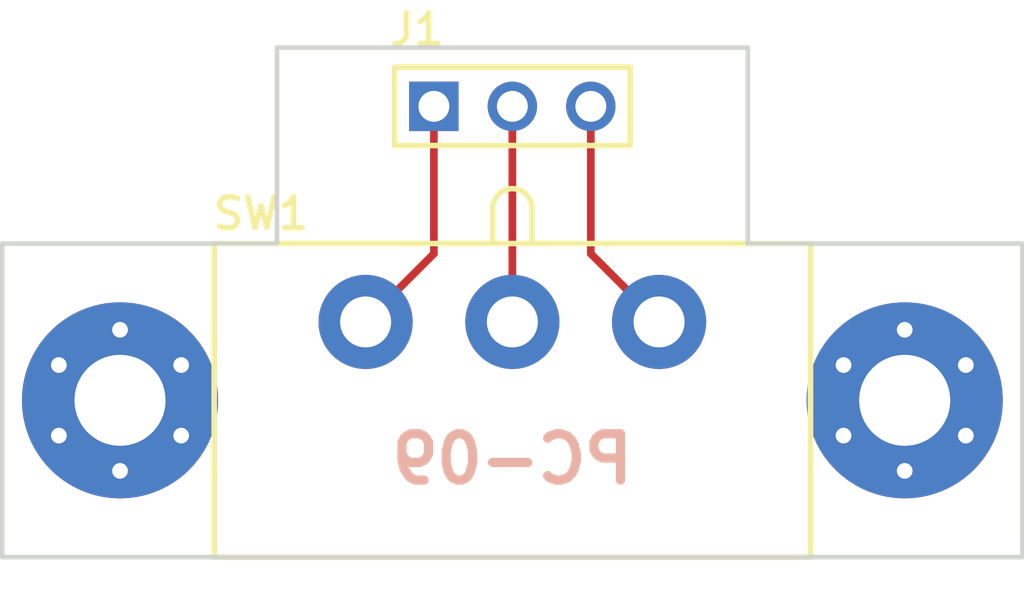
<source format=kicad_pcb>
(kicad_pcb (version 20171130) (host pcbnew 5.0.0-fee4fd1~65~ubuntu17.10.1)

  (general
    (thickness 1.6)
    (drawings 9)
    (tracks 5)
    (zones 0)
    (modules 4)
    (nets 5)
  )

  (page A4)
  (layers
    (0 F.Cu signal)
    (31 B.Cu signal)
    (32 B.Adhes user)
    (33 F.Adhes user)
    (34 B.Paste user)
    (35 F.Paste user)
    (36 B.SilkS user)
    (37 F.SilkS user)
    (38 B.Mask user)
    (39 F.Mask user)
    (40 Dwgs.User user)
    (41 Cmts.User user)
    (42 Eco1.User user)
    (43 Eco2.User user)
    (44 Edge.Cuts user)
    (45 Margin user)
    (46 B.CrtYd user)
    (47 F.CrtYd user)
    (48 B.Fab user)
    (49 F.Fab user)
  )

  (setup
    (last_trace_width 0.25)
    (trace_clearance 0.2)
    (zone_clearance 0.508)
    (zone_45_only no)
    (trace_min 0.2)
    (segment_width 0.2)
    (edge_width 0.15)
    (via_size 0.6)
    (via_drill 0.4)
    (via_min_size 0.4)
    (via_min_drill 0.3)
    (uvia_size 0.3)
    (uvia_drill 0.1)
    (uvias_allowed no)
    (uvia_min_size 0.2)
    (uvia_min_drill 0.1)
    (pcb_text_width 0.3)
    (pcb_text_size 1.5 1.5)
    (mod_edge_width 0.15)
    (mod_text_size 1 1)
    (mod_text_width 0.15)
    (pad_size 1.524 1.524)
    (pad_drill 0.762)
    (pad_to_mask_clearance 0.2)
    (aux_axis_origin 107.315 108.585)
    (grid_origin 107.315 108.585)
    (visible_elements FFFFFF7F)
    (pcbplotparams
      (layerselection 0x00030_80000001)
      (usegerberextensions false)
      (usegerberattributes false)
      (usegerberadvancedattributes false)
      (creategerberjobfile false)
      (excludeedgelayer true)
      (linewidth 0.100000)
      (plotframeref false)
      (viasonmask false)
      (mode 1)
      (useauxorigin false)
      (hpglpennumber 1)
      (hpglpenspeed 20)
      (hpglpendiameter 15.000000)
      (psnegative false)
      (psa4output false)
      (plotreference true)
      (plotvalue true)
      (plotinvisibletext false)
      (padsonsilk false)
      (subtractmaskfromsilk false)
      (outputformat 1)
      (mirror false)
      (drillshape 1)
      (scaleselection 1)
      (outputdirectory ""))
  )

  (net 0 "")
  (net 1 GND)
  (net 2 "Net-(J1-Pad1)")
  (net 3 "Net-(J1-Pad2)")
  (net 4 "Net-(J1-Pad3)")

  (net_class Default "This is the default net class."
    (clearance 0.2)
    (trace_width 0.25)
    (via_dia 0.6)
    (via_drill 0.4)
    (uvia_dia 0.3)
    (uvia_drill 0.1)
    (add_net GND)
    (add_net "Net-(J1-Pad1)")
    (add_net "Net-(J1-Pad2)")
    (add_net "Net-(J1-Pad3)")
  )

  (module switches:CK-L102XXXML04 (layer F.Cu) (tedit 5B8B97EC) (tstamp 5B72D56F)
    (at 123.825 108.585)
    (descr "C&K Slide switch - SPDT - R/A TH")
    (tags "slide switch")
    (path /5B72A22A)
    (fp_text reference SW1 (at -9.779 -10.541) (layer F.SilkS)
      (effects (font (size 1 1) (thickness 0.18)) (justify left bottom))
    )
    (fp_text value L102011ML04Q (at 0 1.72) (layer F.SilkS) hide
      (effects (font (size 1 1) (thickness 0.15)))
    )
    (fp_line (start -10.668 1.016) (end 10.668 1.016) (layer F.CrtYd) (width 0.05))
    (fp_line (start 10.668 -11.176) (end 10.668 1.016) (layer F.CrtYd) (width 0.05))
    (fp_line (start -10.668 -11.176) (end 10.668 -11.176) (layer F.CrtYd) (width 0.05))
    (fp_line (start -10.668 -11.176) (end -10.668 1.016) (layer F.CrtYd) (width 0.05))
    (fp_line (start -9.652 0) (end 9.652 0) (layer F.SilkS) (width 0.18))
    (fp_line (start 9.652 0) (end 9.652 -10.16) (layer F.SilkS) (width 0.18))
    (fp_line (start 9.652 -10.16) (end -9.652 -10.16) (layer F.SilkS) (width 0.18))
    (fp_line (start -9.652 -10.16) (end -9.652 0) (layer F.SilkS) (width 0.18))
    (fp_line (start -0.635 -10.16) (end -0.635 -11.303) (layer F.SilkS) (width 0.18))
    (fp_line (start 0.635 -10.16) (end 0.635 -11.303) (layer F.SilkS) (width 0.18))
    (fp_arc (start 0 -11.303) (end -0.635 -11.303) (angle 180) (layer F.SilkS) (width 0.18))
    (pad 3 thru_hole circle (at 4.7498 -7.62) (size 3.048 3.048) (drill 1.651) (layers *.Cu *.Mask)
      (net 4 "Net-(J1-Pad3)"))
    (pad 2 thru_hole circle (at 0 -7.62) (size 3.048 3.048) (drill 1.651) (layers *.Cu *.Mask)
      (net 3 "Net-(J1-Pad2)"))
    (pad 1 thru_hole circle (at -4.7498 -7.62) (size 3.048 3.048) (drill 1.651) (layers *.Cu *.Mask)
      (net 2 "Net-(J1-Pad1)"))
    (model ${KISYS3DMOD}/switches.pretty/CK-L102XXXML04.wrl
      (at (xyz 0 0 0))
      (scale (xyz 1 1 1))
      (rotate (xyz 0 0 0))
    )
  )

  (module conn-wire-pads:Hole-Screw-#4 (layer F.Cu) (tedit 574660E0) (tstamp 5B729A98)
    (at 111.125 103.505)
    (descr "Mounting Hole - Screw #4 - w/ Pads And Via")
    (path /5B7295E9)
    (attr virtual)
    (fp_text reference H1 (at 0 -4.6) (layer F.SilkS) hide
      (effects (font (size 1 1) (thickness 0.18)))
    )
    (fp_text value Hole (at 0 4.7) (layer F.Fab) hide
      (effects (font (size 1 1) (thickness 0.18)))
    )
    (pad P thru_hole circle (at 0 0) (size 6.35 6.35) (drill 2.9464) (layers *.Cu *.Mask)
      (net 1 GND) (clearance 1.016) (zone_connect 2))
    (pad P thru_hole circle (at 0 -2.286) (size 1.016 1.016) (drill 0.508) (layers *.Cu)
      (net 1 GND) (zone_connect 2))
    (pad P thru_hole circle (at -1.979734 -1.143 60) (size 1.016 1.016) (drill 0.508) (layers *.Cu)
      (net 1 GND) (zone_connect 2))
    (pad P thru_hole circle (at -1.979734 1.143 120) (size 1.016 1.016) (drill 0.508) (layers *.Cu)
      (net 1 GND) (zone_connect 2))
    (pad P thru_hole circle (at 0 2.286 180) (size 1.016 1.016) (drill 0.508) (layers *.Cu)
      (net 1 GND) (zone_connect 2))
    (pad P thru_hole circle (at 1.979734 1.143 240) (size 1.016 1.016) (drill 0.508) (layers *.Cu)
      (net 1 GND) (zone_connect 2))
    (pad P thru_hole circle (at 1.979734 -1.143 300) (size 1.016 1.016) (drill 0.508) (layers *.Cu)
      (net 1 GND) (zone_connect 2))
  )

  (module conn-wire-pads:Hole-Screw-#4 (layer F.Cu) (tedit 574660E0) (tstamp 5B729AA3)
    (at 136.525 103.505)
    (descr "Mounting Hole - Screw #4 - w/ Pads And Via")
    (path /5B729665)
    (attr virtual)
    (fp_text reference H2 (at 0 -4.6) (layer F.SilkS) hide
      (effects (font (size 1 1) (thickness 0.18)))
    )
    (fp_text value Hole (at 0 4.7) (layer F.Fab) hide
      (effects (font (size 1 1) (thickness 0.18)))
    )
    (pad P thru_hole circle (at 0 0) (size 6.35 6.35) (drill 2.9464) (layers *.Cu *.Mask)
      (net 1 GND) (clearance 1.016) (zone_connect 2))
    (pad P thru_hole circle (at 0 -2.286) (size 1.016 1.016) (drill 0.508) (layers *.Cu)
      (net 1 GND) (zone_connect 2))
    (pad P thru_hole circle (at -1.979734 -1.143 60) (size 1.016 1.016) (drill 0.508) (layers *.Cu)
      (net 1 GND) (zone_connect 2))
    (pad P thru_hole circle (at -1.979734 1.143 120) (size 1.016 1.016) (drill 0.508) (layers *.Cu)
      (net 1 GND) (zone_connect 2))
    (pad P thru_hole circle (at 0 2.286 180) (size 1.016 1.016) (drill 0.508) (layers *.Cu)
      (net 1 GND) (zone_connect 2))
    (pad P thru_hole circle (at 1.979734 1.143 240) (size 1.016 1.016) (drill 0.508) (layers *.Cu)
      (net 1 GND) (zone_connect 2))
    (pad P thru_hole circle (at 1.979734 -1.143 300) (size 1.016 1.016) (drill 0.508) (layers *.Cu)
      (net 1 GND) (zone_connect 2))
  )

  (module conn-header:HDR-M-1x03 (layer F.Cu) (tedit 55027FFD) (tstamp 5B72D49E)
    (at 123.825 93.98)
    (descr "Header - 100mil pitch - Male - Single Row, Vertical, 3 pos.")
    (path /5B72A473)
    (fp_text reference J1 (at -4.064 -1.905) (layer F.SilkS)
      (effects (font (size 1 1) (thickness 0.18)) (justify left bottom))
    )
    (fp_text value HEADER-1x03 (at 0 2.667) (layer F.SilkS) hide
      (effects (font (size 1 1) (thickness 0.18)))
    )
    (fp_line (start -4.318 -1.778) (end 4.318 -1.778) (layer F.CrtYd) (width 0.05))
    (fp_line (start 4.318 -1.778) (end 4.318 1.778) (layer F.CrtYd) (width 0.05))
    (fp_line (start 4.318 1.778) (end -4.318 1.778) (layer F.CrtYd) (width 0.05))
    (fp_line (start -4.318 1.778) (end -4.318 -1.778) (layer F.CrtYd) (width 0.05))
    (fp_line (start -3.81 -1.27) (end 3.81 -1.27) (layer F.SilkS) (width 0.18))
    (fp_line (start 3.81 -1.27) (end 3.81 1.27) (layer F.SilkS) (width 0.18))
    (fp_line (start 3.81 1.27) (end -3.81 1.27) (layer F.SilkS) (width 0.18))
    (fp_line (start -3.81 1.27) (end -3.81 -1.27) (layer F.SilkS) (width 0.18))
    (pad 1 thru_hole rect (at -2.54 0) (size 1.6 1.6) (drill 1) (layers *.Cu *.Mask)
      (net 2 "Net-(J1-Pad1)"))
    (pad 2 thru_hole circle (at 0 0) (size 1.6 1.6) (drill 1) (layers *.Cu *.Mask)
      (net 3 "Net-(J1-Pad2)"))
    (pad 3 thru_hole circle (at 2.54 0) (size 1.6 1.6) (drill 1) (layers *.Cu *.Mask)
      (net 4 "Net-(J1-Pad3)"))
    (model conn-header.pretty/HDR-M-1x03.wrl
      (at (xyz 0 0 0))
      (scale (xyz 1 1 1))
      (rotate (xyz 0 0 0))
    )
  )

  (gr_text PC-09 (at 123.825 105.41) (layer B.SilkS)
    (effects (font (size 1.5 1.5) (thickness 0.3)) (justify mirror))
  )
  (gr_line (start 107.315 98.425) (end 107.315 108.585) (layer Edge.Cuts) (width 0.15))
  (gr_line (start 116.205 98.425) (end 107.315 98.425) (layer Edge.Cuts) (width 0.15))
  (gr_line (start 116.205 92.075) (end 116.205 98.425) (layer Edge.Cuts) (width 0.15))
  (gr_line (start 131.445 92.075) (end 116.205 92.075) (layer Edge.Cuts) (width 0.15))
  (gr_line (start 131.445 98.425) (end 131.445 92.075) (layer Edge.Cuts) (width 0.15))
  (gr_line (start 140.335 98.425) (end 131.445 98.425) (layer Edge.Cuts) (width 0.15))
  (gr_line (start 140.335 108.585) (end 140.335 98.425) (layer Edge.Cuts) (width 0.15))
  (gr_line (start 107.315 108.585) (end 140.335 108.585) (layer Edge.Cuts) (width 0.15))

  (segment (start 121.285 93.98) (end 121.285 98.7552) (width 0.25) (layer F.Cu) (net 2))
  (segment (start 121.285 98.7552) (end 119.0752 100.965) (width 0.25) (layer F.Cu) (net 2))
  (segment (start 123.825 93.98) (end 123.825 100.965) (width 0.25) (layer F.Cu) (net 3))
  (segment (start 126.365 93.98) (end 126.365 98.7552) (width 0.25) (layer F.Cu) (net 4))
  (segment (start 126.365 98.7552) (end 128.5748 100.965) (width 0.25) (layer F.Cu) (net 4))

)

</source>
